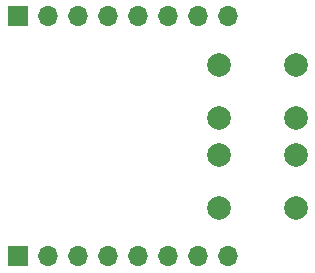
<source format=gbr>
%TF.GenerationSoftware,KiCad,Pcbnew,7.0.9-rc2*%
%TF.CreationDate,2024-02-17T00:19:55-08:00*%
%TF.ProjectId,ch552g_bob,63683535-3267-45f6-926f-622e6b696361,rev?*%
%TF.SameCoordinates,PX791ddc0PY5563218*%
%TF.FileFunction,Soldermask,Top*%
%TF.FilePolarity,Negative*%
%FSLAX46Y46*%
G04 Gerber Fmt 4.6, Leading zero omitted, Abs format (unit mm)*
G04 Created by KiCad (PCBNEW 7.0.9-rc2) date 2024-02-17 00:19:55*
%MOMM*%
%LPD*%
G01*
G04 APERTURE LIST*
%ADD10R,1.700000X1.700000*%
%ADD11O,1.700000X1.700000*%
%ADD12C,2.000000*%
G04 APERTURE END LIST*
D10*
%TO.C,J4*%
X9907000Y-22224000D03*
D11*
X12447000Y-22224000D03*
X14987000Y-22224000D03*
X17527000Y-22224000D03*
X20067000Y-22224000D03*
X22607000Y-22224000D03*
X25147000Y-22224000D03*
X27687000Y-22224000D03*
%TD*%
D10*
%TO.C,J3*%
X9907000Y-1904000D03*
D11*
X12447000Y-1904000D03*
X14987000Y-1904000D03*
X17527000Y-1904000D03*
X20067000Y-1904000D03*
X22607000Y-1904000D03*
X25147000Y-1904000D03*
X27687000Y-1904000D03*
%TD*%
D12*
%TO.C,SW1*%
X33477000Y-6004000D03*
X26977000Y-6004000D03*
X33477000Y-10504000D03*
X26977000Y-10504000D03*
%TD*%
%TO.C,SW2*%
X33477000Y-13624000D03*
X26977000Y-13624000D03*
X33477000Y-18124000D03*
X26977000Y-18124000D03*
%TD*%
M02*

</source>
